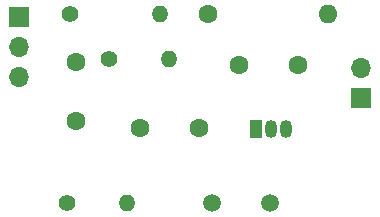
<source format=gbr>
%TF.GenerationSoftware,KiCad,Pcbnew,(6.0.4)*%
%TF.CreationDate,2022-07-15T22:26:08+03:00*%
%TF.ProjectId,Basic-150-MHz-Telemetry-Transmitter-THT,42617369-632d-4313-9530-2d4d487a2d54,rev?*%
%TF.SameCoordinates,Original*%
%TF.FileFunction,Soldermask,Top*%
%TF.FilePolarity,Negative*%
%FSLAX46Y46*%
G04 Gerber Fmt 4.6, Leading zero omitted, Abs format (unit mm)*
G04 Created by KiCad (PCBNEW (6.0.4)) date 2022-07-15 22:26:08*
%MOMM*%
%LPD*%
G01*
G04 APERTURE LIST*
%ADD10C,1.600000*%
%ADD11C,1.400000*%
%ADD12O,1.400000X1.400000*%
%ADD13R,1.700000X1.700000*%
%ADD14O,1.700000X1.700000*%
%ADD15C,1.500000*%
%ADD16O,1.600000X1.600000*%
%ADD17R,1.050000X1.500000*%
%ADD18O,1.050000X1.500000*%
G04 APERTURE END LIST*
D10*
%TO.C,CP1*%
X64556000Y-108458000D03*
X69556000Y-108458000D03*
%TD*%
D11*
%TO.C,RP1*%
X61976000Y-102616000D03*
D12*
X67056000Y-102616000D03*
%TD*%
D11*
%TO.C,R1*%
X58420000Y-114808000D03*
D12*
X63500000Y-114808000D03*
%TD*%
D10*
%TO.C,C2*%
X77938000Y-103124000D03*
X72938000Y-103124000D03*
%TD*%
D13*
%TO.C,J2*%
X83312000Y-105923000D03*
D14*
X83312000Y-103383000D03*
%TD*%
D15*
%TO.C,Y1*%
X75602000Y-114808000D03*
X70722000Y-114808000D03*
%TD*%
D11*
%TO.C,L1*%
X58674000Y-98806000D03*
D12*
X66294000Y-98806000D03*
%TD*%
D10*
%TO.C,L2*%
X70358000Y-98806000D03*
D16*
X80518000Y-98806000D03*
%TD*%
D17*
%TO.C,Q1*%
X74422000Y-108564000D03*
D18*
X75692000Y-108564000D03*
X76962000Y-108564000D03*
%TD*%
D10*
%TO.C,C1*%
X59182000Y-107910000D03*
X59182000Y-102910000D03*
%TD*%
D13*
%TO.C,J1*%
X54356000Y-99060000D03*
D14*
X54356000Y-101600000D03*
X54356000Y-104140000D03*
%TD*%
M02*

</source>
